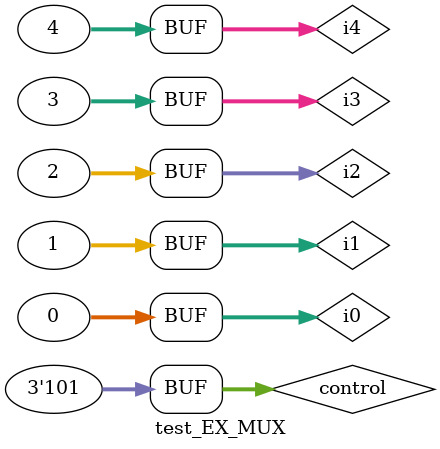
<source format=v>
`timescale 1ns / 1ps


module test_EX_MUX;

	// Inputs
	reg [31:0] i0;
	reg [31:0] i1;
	reg [31:0] i2;
	reg [31:0] i3;
	reg [31:0] i4;
	reg [2:0] control;

	// Outputs
	wire [31:0] out;

	// Instantiate the Unit Under Test (UUT)
	EX_MUX uut (
		.i0(i0), 
		.i1(i1), 
		.i2(i2), 
		.i3(i3), 
		.i4(i4), 
		.control(control), 
		.out(out)
	);

	initial begin
		// Initialize Inputs
		i0 = 0;
		i1 = 1;
		i2 = 2;
		i3 = 3;
		i4 = 4;
		control = 0;

		// Wait 100 ns for global reset to finish
		#10;
		control  = 1;
      #10;
		control  = 2;
		#10;
		control  = 3;
		#10;
		control  = 4;
		#10;
		control  = 5;
		// Add stimulus here

	end
      
endmodule


</source>
